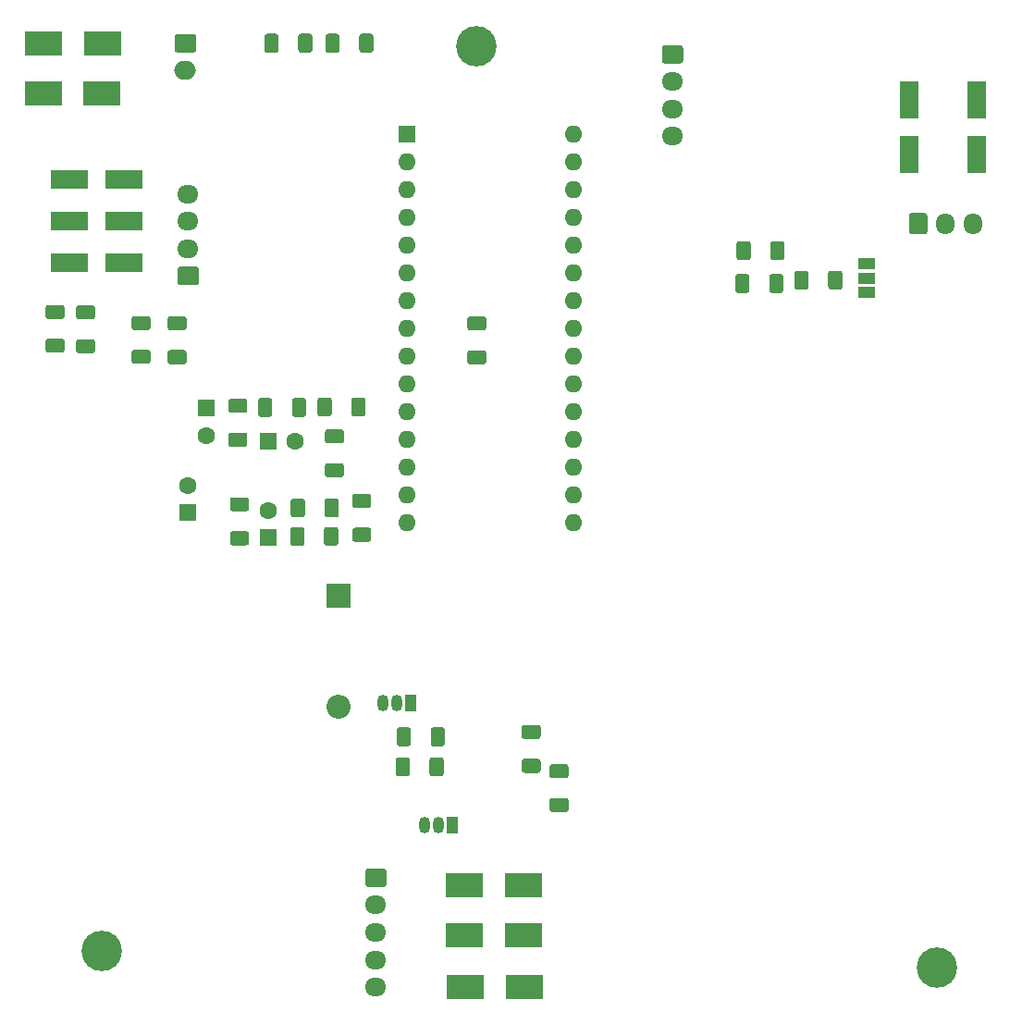
<source format=gbs>
%TF.GenerationSoftware,KiCad,Pcbnew,5.1.10-88a1d61d58~88~ubuntu18.04.1*%
%TF.CreationDate,2021-05-26T02:41:18+03:00*%
%TF.ProjectId,Micra Cruise Control Schemantics,4d696372-6120-4437-9275-69736520436f,rev?*%
%TF.SameCoordinates,Original*%
%TF.FileFunction,Soldermask,Bot*%
%TF.FilePolarity,Negative*%
%FSLAX46Y46*%
G04 Gerber Fmt 4.6, Leading zero omitted, Abs format (unit mm)*
G04 Created by KiCad (PCBNEW 5.1.10-88a1d61d58~88~ubuntu18.04.1) date 2021-05-26 02:41:18*
%MOMM*%
%LPD*%
G01*
G04 APERTURE LIST*
%ADD10O,1.600000X1.600000*%
%ADD11R,1.600000X1.600000*%
%ADD12C,3.700000*%
%ADD13O,1.950000X1.700000*%
%ADD14R,1.050000X1.500000*%
%ADD15O,1.050000X1.500000*%
%ADD16R,1.500000X1.000000*%
%ADD17O,1.700000X1.950000*%
%ADD18O,2.000000X1.700000*%
%ADD19R,3.500000X1.800000*%
%ADD20R,3.500000X2.300000*%
%ADD21R,1.800000X3.500000*%
%ADD22O,2.200000X2.200000*%
%ADD23R,2.200000X2.200000*%
%ADD24C,1.600000*%
G04 APERTURE END LIST*
D10*
%TO.C,A1*%
X89840000Y-86310000D03*
X74600000Y-86310000D03*
X89840000Y-50750000D03*
X74600000Y-83770000D03*
X89840000Y-53290000D03*
X74600000Y-81230000D03*
X89840000Y-55830000D03*
X74600000Y-78690000D03*
X89840000Y-58370000D03*
X74600000Y-76150000D03*
X89840000Y-60910000D03*
X74600000Y-73610000D03*
X89840000Y-63450000D03*
X74600000Y-71070000D03*
X89840000Y-65990000D03*
X74600000Y-68530000D03*
X89840000Y-68530000D03*
X74600000Y-65990000D03*
X89840000Y-71070000D03*
X74600000Y-63450000D03*
X89840000Y-73610000D03*
X74600000Y-60910000D03*
X89840000Y-76150000D03*
X74600000Y-58370000D03*
X89840000Y-78690000D03*
X74600000Y-55830000D03*
X89840000Y-81230000D03*
X74600000Y-53290000D03*
X89840000Y-83770000D03*
D11*
X74600000Y-50750000D03*
%TD*%
D12*
%TO.C,H3*%
X81026000Y-42672000D03*
%TD*%
%TO.C,H2*%
X46736000Y-125476000D03*
%TD*%
%TO.C,H1*%
X123190000Y-127000000D03*
%TD*%
D13*
%TO.C,J1*%
X71800000Y-128800000D03*
X71800000Y-126300000D03*
X71800000Y-123800000D03*
X71800000Y-121300000D03*
G36*
G01*
X71075000Y-117950000D02*
X72525000Y-117950000D01*
G75*
G02*
X72775000Y-118200000I0J-250000D01*
G01*
X72775000Y-119400000D01*
G75*
G02*
X72525000Y-119650000I-250000J0D01*
G01*
X71075000Y-119650000D01*
G75*
G02*
X70825000Y-119400000I0J250000D01*
G01*
X70825000Y-118200000D01*
G75*
G02*
X71075000Y-117950000I250000J0D01*
G01*
G37*
%TD*%
%TO.C,R26*%
G36*
G01*
X113200000Y-64725001D02*
X113200000Y-63474999D01*
G75*
G02*
X113449999Y-63225000I249999J0D01*
G01*
X114250001Y-63225000D01*
G75*
G02*
X114500000Y-63474999I0J-249999D01*
G01*
X114500000Y-64725001D01*
G75*
G02*
X114250001Y-64975000I-249999J0D01*
G01*
X113449999Y-64975000D01*
G75*
G02*
X113200000Y-64725001I0J249999D01*
G01*
G37*
G36*
G01*
X110100000Y-64725001D02*
X110100000Y-63474999D01*
G75*
G02*
X110349999Y-63225000I249999J0D01*
G01*
X111150001Y-63225000D01*
G75*
G02*
X111400000Y-63474999I0J-249999D01*
G01*
X111400000Y-64725001D01*
G75*
G02*
X111150001Y-64975000I-249999J0D01*
G01*
X110349999Y-64975000D01*
G75*
G02*
X110100000Y-64725001I0J249999D01*
G01*
G37*
%TD*%
%TO.C,R25*%
G36*
G01*
X71125001Y-84950000D02*
X69874999Y-84950000D01*
G75*
G02*
X69625000Y-84700001I0J249999D01*
G01*
X69625000Y-83899999D01*
G75*
G02*
X69874999Y-83650000I249999J0D01*
G01*
X71125001Y-83650000D01*
G75*
G02*
X71375000Y-83899999I0J-249999D01*
G01*
X71375000Y-84700001D01*
G75*
G02*
X71125001Y-84950000I-249999J0D01*
G01*
G37*
G36*
G01*
X71125001Y-88050000D02*
X69874999Y-88050000D01*
G75*
G02*
X69625000Y-87800001I0J249999D01*
G01*
X69625000Y-86999999D01*
G75*
G02*
X69874999Y-86750000I249999J0D01*
G01*
X71125001Y-86750000D01*
G75*
G02*
X71375000Y-86999999I0J-249999D01*
G01*
X71375000Y-87800001D01*
G75*
G02*
X71125001Y-88050000I-249999J0D01*
G01*
G37*
%TD*%
%TO.C,R24*%
G36*
G01*
X69550000Y-76325001D02*
X69550000Y-75074999D01*
G75*
G02*
X69799999Y-74825000I249999J0D01*
G01*
X70600001Y-74825000D01*
G75*
G02*
X70850000Y-75074999I0J-249999D01*
G01*
X70850000Y-76325001D01*
G75*
G02*
X70600001Y-76575000I-249999J0D01*
G01*
X69799999Y-76575000D01*
G75*
G02*
X69550000Y-76325001I0J249999D01*
G01*
G37*
G36*
G01*
X66450000Y-76325001D02*
X66450000Y-75074999D01*
G75*
G02*
X66699999Y-74825000I249999J0D01*
G01*
X67500001Y-74825000D01*
G75*
G02*
X67750000Y-75074999I0J-249999D01*
G01*
X67750000Y-76325001D01*
G75*
G02*
X67500001Y-76575000I-249999J0D01*
G01*
X66699999Y-76575000D01*
G75*
G02*
X66450000Y-76325001I0J249999D01*
G01*
G37*
%TD*%
%TO.C,R23*%
G36*
G01*
X67100000Y-85575001D02*
X67100000Y-84324999D01*
G75*
G02*
X67349999Y-84075000I249999J0D01*
G01*
X68150001Y-84075000D01*
G75*
G02*
X68400000Y-84324999I0J-249999D01*
G01*
X68400000Y-85575001D01*
G75*
G02*
X68150001Y-85825000I-249999J0D01*
G01*
X67349999Y-85825000D01*
G75*
G02*
X67100000Y-85575001I0J249999D01*
G01*
G37*
G36*
G01*
X64000000Y-85575001D02*
X64000000Y-84324999D01*
G75*
G02*
X64249999Y-84075000I249999J0D01*
G01*
X65050001Y-84075000D01*
G75*
G02*
X65300000Y-84324999I0J-249999D01*
G01*
X65300000Y-85575001D01*
G75*
G02*
X65050001Y-85825000I-249999J0D01*
G01*
X64249999Y-85825000D01*
G75*
G02*
X64000000Y-85575001I0J249999D01*
G01*
G37*
%TD*%
%TO.C,R22*%
G36*
G01*
X68625001Y-79050000D02*
X67374999Y-79050000D01*
G75*
G02*
X67125000Y-78800001I0J249999D01*
G01*
X67125000Y-77999999D01*
G75*
G02*
X67374999Y-77750000I249999J0D01*
G01*
X68625001Y-77750000D01*
G75*
G02*
X68875000Y-77999999I0J-249999D01*
G01*
X68875000Y-78800001D01*
G75*
G02*
X68625001Y-79050000I-249999J0D01*
G01*
G37*
G36*
G01*
X68625001Y-82150000D02*
X67374999Y-82150000D01*
G75*
G02*
X67125000Y-81900001I0J249999D01*
G01*
X67125000Y-81099999D01*
G75*
G02*
X67374999Y-80850000I249999J0D01*
G01*
X68625001Y-80850000D01*
G75*
G02*
X68875000Y-81099999I0J-249999D01*
G01*
X68875000Y-81900001D01*
G75*
G02*
X68625001Y-82150000I-249999J0D01*
G01*
G37*
%TD*%
%TO.C,R21*%
G36*
G01*
X43043001Y-67654000D02*
X41792999Y-67654000D01*
G75*
G02*
X41543000Y-67404001I0J249999D01*
G01*
X41543000Y-66603999D01*
G75*
G02*
X41792999Y-66354000I249999J0D01*
G01*
X43043001Y-66354000D01*
G75*
G02*
X43293000Y-66603999I0J-249999D01*
G01*
X43293000Y-67404001D01*
G75*
G02*
X43043001Y-67654000I-249999J0D01*
G01*
G37*
G36*
G01*
X43043001Y-70754000D02*
X41792999Y-70754000D01*
G75*
G02*
X41543000Y-70504001I0J249999D01*
G01*
X41543000Y-69703999D01*
G75*
G02*
X41792999Y-69454000I249999J0D01*
G01*
X43043001Y-69454000D01*
G75*
G02*
X43293000Y-69703999I0J-249999D01*
G01*
X43293000Y-70504001D01*
G75*
G02*
X43043001Y-70754000I-249999J0D01*
G01*
G37*
%TD*%
%TO.C,R20*%
G36*
G01*
X52968999Y-70496000D02*
X54219001Y-70496000D01*
G75*
G02*
X54469000Y-70745999I0J-249999D01*
G01*
X54469000Y-71546001D01*
G75*
G02*
X54219001Y-71796000I-249999J0D01*
G01*
X52968999Y-71796000D01*
G75*
G02*
X52719000Y-71546001I0J249999D01*
G01*
X52719000Y-70745999D01*
G75*
G02*
X52968999Y-70496000I249999J0D01*
G01*
G37*
G36*
G01*
X52968999Y-67396000D02*
X54219001Y-67396000D01*
G75*
G02*
X54469000Y-67645999I0J-249999D01*
G01*
X54469000Y-68446001D01*
G75*
G02*
X54219001Y-68696000I-249999J0D01*
G01*
X52968999Y-68696000D01*
G75*
G02*
X52719000Y-68446001I0J249999D01*
G01*
X52719000Y-67645999D01*
G75*
G02*
X52968999Y-67396000I249999J0D01*
G01*
G37*
%TD*%
%TO.C,R19*%
G36*
G01*
X45837001Y-67706000D02*
X44586999Y-67706000D01*
G75*
G02*
X44337000Y-67456001I0J249999D01*
G01*
X44337000Y-66655999D01*
G75*
G02*
X44586999Y-66406000I249999J0D01*
G01*
X45837001Y-66406000D01*
G75*
G02*
X46087000Y-66655999I0J-249999D01*
G01*
X46087000Y-67456001D01*
G75*
G02*
X45837001Y-67706000I-249999J0D01*
G01*
G37*
G36*
G01*
X45837001Y-70806000D02*
X44586999Y-70806000D01*
G75*
G02*
X44337000Y-70556001I0J249999D01*
G01*
X44337000Y-69755999D01*
G75*
G02*
X44586999Y-69506000I249999J0D01*
G01*
X45837001Y-69506000D01*
G75*
G02*
X46087000Y-69755999I0J-249999D01*
G01*
X46087000Y-70556001D01*
G75*
G02*
X45837001Y-70806000I-249999J0D01*
G01*
G37*
%TD*%
%TO.C,R18*%
G36*
G01*
X80400999Y-70522000D02*
X81651001Y-70522000D01*
G75*
G02*
X81901000Y-70771999I0J-249999D01*
G01*
X81901000Y-71572001D01*
G75*
G02*
X81651001Y-71822000I-249999J0D01*
G01*
X80400999Y-71822000D01*
G75*
G02*
X80151000Y-71572001I0J249999D01*
G01*
X80151000Y-70771999D01*
G75*
G02*
X80400999Y-70522000I249999J0D01*
G01*
G37*
G36*
G01*
X80400999Y-67422000D02*
X81651001Y-67422000D01*
G75*
G02*
X81901000Y-67671999I0J-249999D01*
G01*
X81901000Y-68472001D01*
G75*
G02*
X81651001Y-68722000I-249999J0D01*
G01*
X80400999Y-68722000D01*
G75*
G02*
X80151000Y-68472001I0J249999D01*
G01*
X80151000Y-67671999D01*
G75*
G02*
X80400999Y-67422000I249999J0D01*
G01*
G37*
%TD*%
%TO.C,R17*%
G36*
G01*
X49666999Y-70470000D02*
X50917001Y-70470000D01*
G75*
G02*
X51167000Y-70719999I0J-249999D01*
G01*
X51167000Y-71520001D01*
G75*
G02*
X50917001Y-71770000I-249999J0D01*
G01*
X49666999Y-71770000D01*
G75*
G02*
X49417000Y-71520001I0J249999D01*
G01*
X49417000Y-70719999D01*
G75*
G02*
X49666999Y-70470000I249999J0D01*
G01*
G37*
G36*
G01*
X49666999Y-67370000D02*
X50917001Y-67370000D01*
G75*
G02*
X51167000Y-67619999I0J-249999D01*
G01*
X51167000Y-68420001D01*
G75*
G02*
X50917001Y-68670000I-249999J0D01*
G01*
X49666999Y-68670000D01*
G75*
G02*
X49417000Y-68420001I0J249999D01*
G01*
X49417000Y-67619999D01*
G75*
G02*
X49666999Y-67370000I249999J0D01*
G01*
G37*
%TD*%
%TO.C,R14*%
G36*
G01*
X106100000Y-60774999D02*
X106100000Y-62025001D01*
G75*
G02*
X105850001Y-62275000I-249999J0D01*
G01*
X105049999Y-62275000D01*
G75*
G02*
X104800000Y-62025001I0J249999D01*
G01*
X104800000Y-60774999D01*
G75*
G02*
X105049999Y-60525000I249999J0D01*
G01*
X105850001Y-60525000D01*
G75*
G02*
X106100000Y-60774999I0J-249999D01*
G01*
G37*
G36*
G01*
X109200000Y-60774999D02*
X109200000Y-62025001D01*
G75*
G02*
X108950001Y-62275000I-249999J0D01*
G01*
X108149999Y-62275000D01*
G75*
G02*
X107900000Y-62025001I0J249999D01*
G01*
X107900000Y-60774999D01*
G75*
G02*
X108149999Y-60525000I249999J0D01*
G01*
X108950001Y-60525000D01*
G75*
G02*
X109200000Y-60774999I0J-249999D01*
G01*
G37*
%TD*%
%TO.C,R13*%
G36*
G01*
X107800000Y-65025001D02*
X107800000Y-63774999D01*
G75*
G02*
X108049999Y-63525000I249999J0D01*
G01*
X108850001Y-63525000D01*
G75*
G02*
X109100000Y-63774999I0J-249999D01*
G01*
X109100000Y-65025001D01*
G75*
G02*
X108850001Y-65275000I-249999J0D01*
G01*
X108049999Y-65275000D01*
G75*
G02*
X107800000Y-65025001I0J249999D01*
G01*
G37*
G36*
G01*
X104700000Y-65025001D02*
X104700000Y-63774999D01*
G75*
G02*
X104949999Y-63525000I249999J0D01*
G01*
X105750001Y-63525000D01*
G75*
G02*
X106000000Y-63774999I0J-249999D01*
G01*
X106000000Y-65025001D01*
G75*
G02*
X105750001Y-65275000I-249999J0D01*
G01*
X104949999Y-65275000D01*
G75*
G02*
X104700000Y-65025001I0J249999D01*
G01*
G37*
%TD*%
%TO.C,R12*%
G36*
G01*
X74900000Y-108024999D02*
X74900000Y-109275001D01*
G75*
G02*
X74650001Y-109525000I-249999J0D01*
G01*
X73849999Y-109525000D01*
G75*
G02*
X73600000Y-109275001I0J249999D01*
G01*
X73600000Y-108024999D01*
G75*
G02*
X73849999Y-107775000I249999J0D01*
G01*
X74650001Y-107775000D01*
G75*
G02*
X74900000Y-108024999I0J-249999D01*
G01*
G37*
G36*
G01*
X78000000Y-108024999D02*
X78000000Y-109275001D01*
G75*
G02*
X77750001Y-109525000I-249999J0D01*
G01*
X76949999Y-109525000D01*
G75*
G02*
X76700000Y-109275001I0J249999D01*
G01*
X76700000Y-108024999D01*
G75*
G02*
X76949999Y-107775000I249999J0D01*
G01*
X77750001Y-107775000D01*
G75*
G02*
X78000000Y-108024999I0J-249999D01*
G01*
G37*
%TD*%
%TO.C,R11*%
G36*
G01*
X75000000Y-105274999D02*
X75000000Y-106525001D01*
G75*
G02*
X74750001Y-106775000I-249999J0D01*
G01*
X73949999Y-106775000D01*
G75*
G02*
X73700000Y-106525001I0J249999D01*
G01*
X73700000Y-105274999D01*
G75*
G02*
X73949999Y-105025000I249999J0D01*
G01*
X74750001Y-105025000D01*
G75*
G02*
X75000000Y-105274999I0J-249999D01*
G01*
G37*
G36*
G01*
X78100000Y-105274999D02*
X78100000Y-106525001D01*
G75*
G02*
X77850001Y-106775000I-249999J0D01*
G01*
X77049999Y-106775000D01*
G75*
G02*
X76800000Y-106525001I0J249999D01*
G01*
X76800000Y-105274999D01*
G75*
G02*
X77049999Y-105025000I249999J0D01*
G01*
X77850001Y-105025000D01*
G75*
G02*
X78100000Y-105274999I0J-249999D01*
G01*
G37*
%TD*%
%TO.C,R10*%
G36*
G01*
X89175001Y-109700000D02*
X87924999Y-109700000D01*
G75*
G02*
X87675000Y-109450001I0J249999D01*
G01*
X87675000Y-108649999D01*
G75*
G02*
X87924999Y-108400000I249999J0D01*
G01*
X89175001Y-108400000D01*
G75*
G02*
X89425000Y-108649999I0J-249999D01*
G01*
X89425000Y-109450001D01*
G75*
G02*
X89175001Y-109700000I-249999J0D01*
G01*
G37*
G36*
G01*
X89175001Y-112800000D02*
X87924999Y-112800000D01*
G75*
G02*
X87675000Y-112550001I0J249999D01*
G01*
X87675000Y-111749999D01*
G75*
G02*
X87924999Y-111500000I249999J0D01*
G01*
X89175001Y-111500000D01*
G75*
G02*
X89425000Y-111749999I0J-249999D01*
G01*
X89425000Y-112550001D01*
G75*
G02*
X89175001Y-112800000I-249999J0D01*
G01*
G37*
%TD*%
%TO.C,R9*%
G36*
G01*
X86625001Y-106100000D02*
X85374999Y-106100000D01*
G75*
G02*
X85125000Y-105850001I0J249999D01*
G01*
X85125000Y-105049999D01*
G75*
G02*
X85374999Y-104800000I249999J0D01*
G01*
X86625001Y-104800000D01*
G75*
G02*
X86875000Y-105049999I0J-249999D01*
G01*
X86875000Y-105850001D01*
G75*
G02*
X86625001Y-106100000I-249999J0D01*
G01*
G37*
G36*
G01*
X86625001Y-109200000D02*
X85374999Y-109200000D01*
G75*
G02*
X85125000Y-108950001I0J249999D01*
G01*
X85125000Y-108149999D01*
G75*
G02*
X85374999Y-107900000I249999J0D01*
G01*
X86625001Y-107900000D01*
G75*
G02*
X86875000Y-108149999I0J-249999D01*
G01*
X86875000Y-108950001D01*
G75*
G02*
X86625001Y-109200000I-249999J0D01*
G01*
G37*
%TD*%
%TO.C,R8*%
G36*
G01*
X67050000Y-88175001D02*
X67050000Y-86924999D01*
G75*
G02*
X67299999Y-86675000I249999J0D01*
G01*
X68100001Y-86675000D01*
G75*
G02*
X68350000Y-86924999I0J-249999D01*
G01*
X68350000Y-88175001D01*
G75*
G02*
X68100001Y-88425000I-249999J0D01*
G01*
X67299999Y-88425000D01*
G75*
G02*
X67050000Y-88175001I0J249999D01*
G01*
G37*
G36*
G01*
X63950000Y-88175001D02*
X63950000Y-86924999D01*
G75*
G02*
X64199999Y-86675000I249999J0D01*
G01*
X65000001Y-86675000D01*
G75*
G02*
X65250000Y-86924999I0J-249999D01*
G01*
X65250000Y-88175001D01*
G75*
G02*
X65000001Y-88425000I-249999J0D01*
G01*
X64199999Y-88425000D01*
G75*
G02*
X63950000Y-88175001I0J249999D01*
G01*
G37*
%TD*%
%TO.C,R7*%
G36*
G01*
X64100000Y-76375001D02*
X64100000Y-75124999D01*
G75*
G02*
X64349999Y-74875000I249999J0D01*
G01*
X65150001Y-74875000D01*
G75*
G02*
X65400000Y-75124999I0J-249999D01*
G01*
X65400000Y-76375001D01*
G75*
G02*
X65150001Y-76625000I-249999J0D01*
G01*
X64349999Y-76625000D01*
G75*
G02*
X64100000Y-76375001I0J249999D01*
G01*
G37*
G36*
G01*
X61000000Y-76375001D02*
X61000000Y-75124999D01*
G75*
G02*
X61249999Y-74875000I249999J0D01*
G01*
X62050001Y-74875000D01*
G75*
G02*
X62300000Y-75124999I0J-249999D01*
G01*
X62300000Y-76375001D01*
G75*
G02*
X62050001Y-76625000I-249999J0D01*
G01*
X61249999Y-76625000D01*
G75*
G02*
X61000000Y-76375001I0J249999D01*
G01*
G37*
%TD*%
%TO.C,R6*%
G36*
G01*
X58684999Y-87070000D02*
X59935001Y-87070000D01*
G75*
G02*
X60185000Y-87319999I0J-249999D01*
G01*
X60185000Y-88120001D01*
G75*
G02*
X59935001Y-88370000I-249999J0D01*
G01*
X58684999Y-88370000D01*
G75*
G02*
X58435000Y-88120001I0J249999D01*
G01*
X58435000Y-87319999D01*
G75*
G02*
X58684999Y-87070000I249999J0D01*
G01*
G37*
G36*
G01*
X58684999Y-83970000D02*
X59935001Y-83970000D01*
G75*
G02*
X60185000Y-84219999I0J-249999D01*
G01*
X60185000Y-85020001D01*
G75*
G02*
X59935001Y-85270000I-249999J0D01*
G01*
X58684999Y-85270000D01*
G75*
G02*
X58435000Y-85020001I0J249999D01*
G01*
X58435000Y-84219999D01*
G75*
G02*
X58684999Y-83970000I249999J0D01*
G01*
G37*
%TD*%
%TO.C,R5*%
G36*
G01*
X58524999Y-78050000D02*
X59775001Y-78050000D01*
G75*
G02*
X60025000Y-78299999I0J-249999D01*
G01*
X60025000Y-79100001D01*
G75*
G02*
X59775001Y-79350000I-249999J0D01*
G01*
X58524999Y-79350000D01*
G75*
G02*
X58275000Y-79100001I0J249999D01*
G01*
X58275000Y-78299999D01*
G75*
G02*
X58524999Y-78050000I249999J0D01*
G01*
G37*
G36*
G01*
X58524999Y-74950000D02*
X59775001Y-74950000D01*
G75*
G02*
X60025000Y-75199999I0J-249999D01*
G01*
X60025000Y-76000001D01*
G75*
G02*
X59775001Y-76250000I-249999J0D01*
G01*
X58524999Y-76250000D01*
G75*
G02*
X58275000Y-76000001I0J249999D01*
G01*
X58275000Y-75199999D01*
G75*
G02*
X58524999Y-74950000I249999J0D01*
G01*
G37*
%TD*%
%TO.C,R4*%
G36*
G01*
X70268000Y-43043001D02*
X70268000Y-41792999D01*
G75*
G02*
X70517999Y-41543000I249999J0D01*
G01*
X71318001Y-41543000D01*
G75*
G02*
X71568000Y-41792999I0J-249999D01*
G01*
X71568000Y-43043001D01*
G75*
G02*
X71318001Y-43293000I-249999J0D01*
G01*
X70517999Y-43293000D01*
G75*
G02*
X70268000Y-43043001I0J249999D01*
G01*
G37*
G36*
G01*
X67168000Y-43043001D02*
X67168000Y-41792999D01*
G75*
G02*
X67417999Y-41543000I249999J0D01*
G01*
X68218001Y-41543000D01*
G75*
G02*
X68468000Y-41792999I0J-249999D01*
G01*
X68468000Y-43043001D01*
G75*
G02*
X68218001Y-43293000I-249999J0D01*
G01*
X67417999Y-43293000D01*
G75*
G02*
X67168000Y-43043001I0J249999D01*
G01*
G37*
%TD*%
%TO.C,R3*%
G36*
G01*
X64680000Y-43043001D02*
X64680000Y-41792999D01*
G75*
G02*
X64929999Y-41543000I249999J0D01*
G01*
X65730001Y-41543000D01*
G75*
G02*
X65980000Y-41792999I0J-249999D01*
G01*
X65980000Y-43043001D01*
G75*
G02*
X65730001Y-43293000I-249999J0D01*
G01*
X64929999Y-43293000D01*
G75*
G02*
X64680000Y-43043001I0J249999D01*
G01*
G37*
G36*
G01*
X61580000Y-43043001D02*
X61580000Y-41792999D01*
G75*
G02*
X61829999Y-41543000I249999J0D01*
G01*
X62630001Y-41543000D01*
G75*
G02*
X62880000Y-41792999I0J-249999D01*
G01*
X62880000Y-43043001D01*
G75*
G02*
X62630001Y-43293000I-249999J0D01*
G01*
X61829999Y-43293000D01*
G75*
G02*
X61580000Y-43043001I0J249999D01*
G01*
G37*
%TD*%
D14*
%TO.C,Q2*%
X75000000Y-102800000D03*
D15*
X72460000Y-102800000D03*
X73730000Y-102800000D03*
%TD*%
D14*
%TO.C,Q1*%
X78750000Y-114000000D03*
D15*
X76210000Y-114000000D03*
X77480000Y-114000000D03*
%TD*%
D16*
%TO.C,JP1*%
X116700000Y-62600000D03*
X116700000Y-63900000D03*
X116700000Y-65200000D03*
%TD*%
%TO.C,J5*%
G36*
G01*
X55335000Y-64564000D02*
X53885000Y-64564000D01*
G75*
G02*
X53635000Y-64314000I0J250000D01*
G01*
X53635000Y-63114000D01*
G75*
G02*
X53885000Y-62864000I250000J0D01*
G01*
X55335000Y-62864000D01*
G75*
G02*
X55585000Y-63114000I0J-250000D01*
G01*
X55585000Y-64314000D01*
G75*
G02*
X55335000Y-64564000I-250000J0D01*
G01*
G37*
D13*
X54610000Y-61214000D03*
X54610000Y-58714000D03*
X54610000Y-56214000D03*
%TD*%
D17*
%TO.C,J4*%
X126430000Y-58930000D03*
X123930000Y-58930000D03*
G36*
G01*
X120580000Y-59655000D02*
X120580000Y-58205000D01*
G75*
G02*
X120830000Y-57955000I250000J0D01*
G01*
X122030000Y-57955000D01*
G75*
G02*
X122280000Y-58205000I0J-250000D01*
G01*
X122280000Y-59655000D01*
G75*
G02*
X122030000Y-59905000I-250000J0D01*
G01*
X120830000Y-59905000D01*
G75*
G02*
X120580000Y-59655000I0J250000D01*
G01*
G37*
%TD*%
D13*
%TO.C,J3*%
X98938000Y-50930000D03*
X98938000Y-48430000D03*
X98938000Y-45930000D03*
G36*
G01*
X98213000Y-42580000D02*
X99663000Y-42580000D01*
G75*
G02*
X99913000Y-42830000I0J-250000D01*
G01*
X99913000Y-44030000D01*
G75*
G02*
X99663000Y-44280000I-250000J0D01*
G01*
X98213000Y-44280000D01*
G75*
G02*
X97963000Y-44030000I0J250000D01*
G01*
X97963000Y-42830000D01*
G75*
G02*
X98213000Y-42580000I250000J0D01*
G01*
G37*
%TD*%
D18*
%TO.C,J2*%
X54356000Y-44918000D03*
G36*
G01*
X53606000Y-41568000D02*
X55106000Y-41568000D01*
G75*
G02*
X55356000Y-41818000I0J-250000D01*
G01*
X55356000Y-43018000D01*
G75*
G02*
X55106000Y-43268000I-250000J0D01*
G01*
X53606000Y-43268000D01*
G75*
G02*
X53356000Y-43018000I0J250000D01*
G01*
X53356000Y-41818000D01*
G75*
G02*
X53606000Y-41568000I250000J0D01*
G01*
G37*
%TD*%
D19*
%TO.C,D13*%
X43728000Y-62484000D03*
X48728000Y-62484000D03*
%TD*%
D20*
%TO.C,D12*%
X41336000Y-47000000D03*
X46736000Y-47000000D03*
%TD*%
%TO.C,D11*%
X41402000Y-42418000D03*
X46802000Y-42418000D03*
%TD*%
D21*
%TO.C,D10*%
X120650000Y-47630000D03*
X120650000Y-52630000D03*
%TD*%
%TO.C,D9*%
X126750000Y-47630000D03*
X126750000Y-52630000D03*
%TD*%
D20*
%TO.C,D6*%
X85300000Y-119450000D03*
X79900000Y-119450000D03*
%TD*%
D19*
%TO.C,D5*%
X43768000Y-58674000D03*
X48768000Y-58674000D03*
%TD*%
%TO.C,D4*%
X43728000Y-54864000D03*
X48728000Y-54864000D03*
%TD*%
D20*
%TO.C,D3*%
X85350000Y-128800000D03*
X79950000Y-128800000D03*
%TD*%
%TO.C,D2*%
X85300000Y-124050000D03*
X79900000Y-124050000D03*
%TD*%
D22*
%TO.C,D1*%
X68350000Y-103110000D03*
D23*
X68350000Y-92950000D03*
%TD*%
D24*
%TO.C,C8*%
X61940000Y-85170000D03*
D11*
X61940000Y-87670000D03*
%TD*%
D24*
%TO.C,C7*%
X64400000Y-78800000D03*
D11*
X61900000Y-78800000D03*
%TD*%
D24*
%TO.C,C6*%
X54530000Y-82870000D03*
D11*
X54530000Y-85370000D03*
%TD*%
D24*
%TO.C,C5*%
X56250000Y-78300000D03*
D11*
X56250000Y-75800000D03*
%TD*%
M02*

</source>
